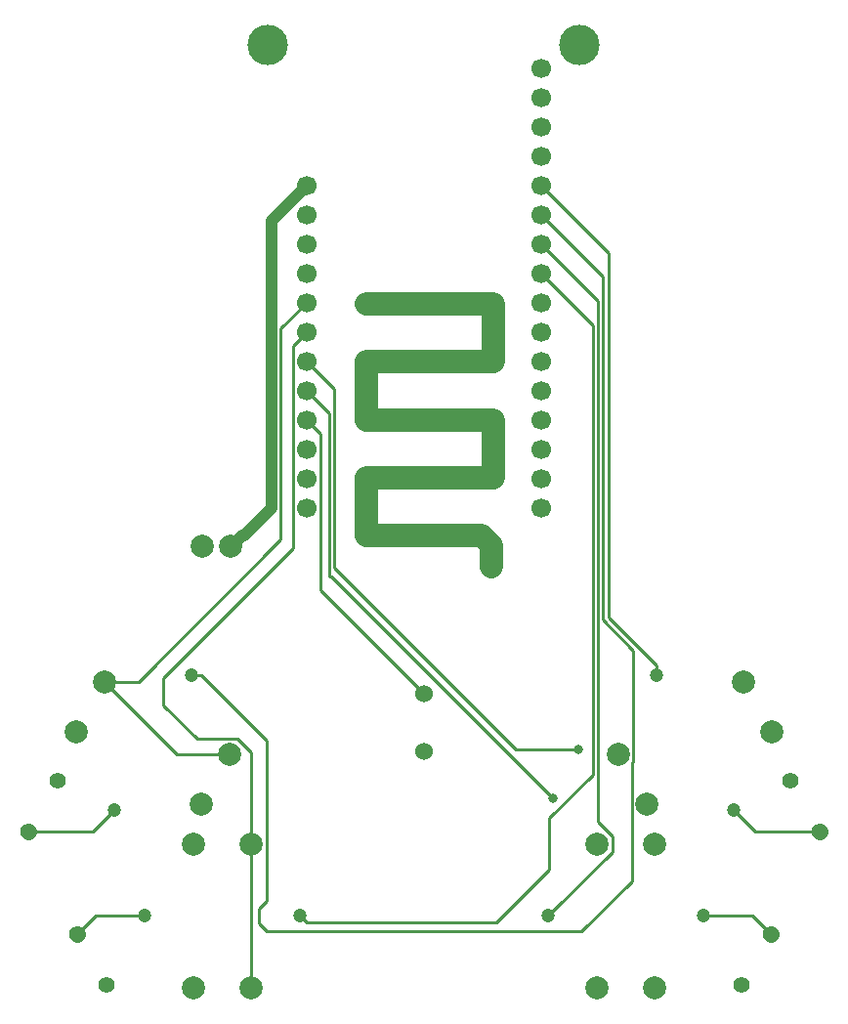
<source format=gbr>
G04 #@! TF.GenerationSoftware,KiCad,Pcbnew,(5.0.0-rc2-dev-393-gbaef22df9)*
G04 #@! TF.CreationDate,2018-04-11T16:40:45-04:00*
G04 #@! TF.ProjectId,BAMF_2018_Badge,42414D465F323031385F42616467652E,rev?*
G04 #@! TF.SameCoordinates,Original*
G04 #@! TF.FileFunction,Copper,L1,Top,Signal*
G04 #@! TF.FilePolarity,Positive*
%FSLAX46Y46*%
G04 Gerber Fmt 4.6, Leading zero omitted, Abs format (unit mm)*
G04 Created by KiCad (PCBNEW (5.0.0-rc2-dev-393-gbaef22df9)) date 04/11/18 16:40:45*
%MOMM*%
%LPD*%
G01*
G04 APERTURE LIST*
%ADD10C,1.200000*%
%ADD11C,2.000000*%
%ADD12C,1.700000*%
%ADD13C,1.524000*%
%ADD14C,1.400000*%
%ADD15C,1.400000*%
%ADD16C,3.500000*%
%ADD17C,0.800000*%
%ADD18C,0.250000*%
%ADD19C,1.000000*%
%ADD20C,2.000000*%
G04 APERTURE END LIST*
D10*
X20125000Y-15154329D03*
X26875000Y-26845671D03*
D11*
X19337342Y-26290064D03*
X16837341Y-21959936D03*
X30162659Y-20040064D03*
X27662658Y-15709936D03*
D10*
X10750000Y-36000000D03*
X24250000Y-36000000D03*
D11*
X20000001Y-42250000D03*
X15000000Y-42250000D03*
X20000000Y-29750000D03*
X14999999Y-29750000D03*
D10*
X-10750000Y-36000000D03*
X-24250000Y-36000000D03*
D11*
X-20000001Y-29750000D03*
X-15000000Y-29750000D03*
X-20000000Y-42250000D03*
X-14999999Y-42250000D03*
D10*
X-20125000Y-15154329D03*
X-26875000Y-26845671D03*
D11*
X-30162659Y-20040064D03*
X-27662659Y-15709936D03*
X-19337341Y-26290064D03*
X-16837341Y-21959936D03*
D12*
X5842000Y-5730000D03*
X-10160000Y27290000D03*
X-10160000Y24750000D03*
X-10160000Y22210000D03*
X-10160000Y19670000D03*
X-10160000Y17130000D03*
X-10160000Y14590000D03*
X-10160000Y12050000D03*
X-10160000Y9510000D03*
X-10160000Y6970000D03*
X-10160000Y4430000D03*
X-10160000Y1890000D03*
X-10160000Y-650000D03*
X10160000Y-650000D03*
X10160000Y1890000D03*
X10160000Y4430000D03*
X10160000Y6970000D03*
X10160000Y9510000D03*
X10160000Y12050000D03*
X10160000Y14590000D03*
X10160000Y17130000D03*
X10160000Y19670000D03*
X10160000Y22210000D03*
X10160000Y24750000D03*
X10160000Y27290000D03*
X10160000Y29830000D03*
X10160000Y32370000D03*
X10160000Y34910000D03*
X10160000Y37450000D03*
D11*
X-19250000Y-4000000D03*
X-16750000Y-4000000D03*
D13*
X0Y-16750000D03*
X0Y-21750000D03*
D14*
X34290000Y-28649409D03*
D15*
X34290000Y-28649409D02*
X34290000Y-28649409D01*
D14*
X31750000Y-24250000D03*
X-31750000Y-24250000D03*
X-34290000Y-28649408D03*
D15*
X-34290000Y-28649408D02*
X-34290000Y-28649408D01*
D14*
X30040000Y-37600592D03*
D15*
X30040000Y-37600592D02*
X30040000Y-37600592D01*
D14*
X27500000Y-42000000D03*
X-27500000Y-42000000D03*
X-30040000Y-37600591D03*
D15*
X-30040000Y-37600591D02*
X-30040000Y-37600591D01*
D16*
X-13500000Y39500000D03*
X13500000Y39500000D03*
D17*
X13400000Y-21600000D03*
X11200000Y-25800000D03*
D18*
X-9310001Y6120001D02*
X-10160000Y6970000D01*
X-8984999Y5794999D02*
X-9310001Y6120001D01*
X-8984999Y-7765001D02*
X-8984999Y5794999D01*
X0Y-16750000D02*
X-8984999Y-7765001D01*
X28678738Y-28649409D02*
X26875000Y-26845671D01*
X34290000Y-28649409D02*
X28678738Y-28649409D01*
X-28678737Y-28649408D02*
X-26875000Y-26845671D01*
X-34290000Y-28649408D02*
X-28678737Y-28649408D01*
X28439408Y-36000000D02*
X24250000Y-36000000D01*
X30040000Y-37600592D02*
X28439408Y-36000000D01*
X-28439409Y-36000000D02*
X-24250000Y-36000000D01*
X-30040000Y-37600591D02*
X-28439409Y-36000000D01*
X-7749990Y9639990D02*
X-7749990Y-5850010D01*
X-10160000Y12050000D02*
X-7749990Y9639990D01*
X-7749990Y-5850010D02*
X8000000Y-21600000D01*
X8000000Y-21600000D02*
X13400000Y-21600000D01*
X15975361Y21474639D02*
X10160000Y27290000D01*
X15975361Y-10156162D02*
X15975361Y21474639D01*
X20125000Y-15154329D02*
X20125000Y-14305801D01*
X20125000Y-14305801D02*
X15975361Y-10156162D01*
X-27662659Y-15709936D02*
X-24709936Y-15709936D01*
X-24709936Y-15709936D02*
X-12400000Y-3400000D01*
X-12400000Y14890000D02*
X-10160000Y17130000D01*
X-12400000Y-3400000D02*
X-12400000Y14890000D01*
X-21412659Y-21959936D02*
X-16837341Y-21959936D01*
X-27662659Y-15709936D02*
X-21412659Y-21959936D01*
X-19276472Y-15154329D02*
X-13636001Y-20794800D01*
X13636001Y-37325001D02*
X18000000Y-32961002D01*
X-20125000Y-15154329D02*
X-19276472Y-15154329D01*
X-13636001Y-20794800D02*
X-13636001Y-34674999D01*
X-13636001Y-37325001D02*
X13636001Y-37325001D01*
X-13636001Y-34674999D02*
X-14325001Y-35363999D01*
X-14325001Y-35363999D02*
X-14325001Y-36636001D01*
X-14325001Y-36636001D02*
X-13636001Y-37325001D01*
X18162342Y-12979553D02*
X15525351Y-10342562D01*
X18162342Y-22595937D02*
X18162342Y-12979553D01*
X18000000Y-32961002D02*
X18000000Y-22758279D01*
X18000000Y-22758279D02*
X18162342Y-22595937D01*
X15525351Y19384649D02*
X10160000Y24750000D01*
X15525351Y-10342562D02*
X15525351Y19384649D01*
X11349999Y-35400001D02*
X10750000Y-36000000D01*
X16325001Y-30424999D02*
X11349999Y-35400001D01*
X16325001Y-29113999D02*
X16325001Y-30424999D01*
X15075341Y-27864339D02*
X16325001Y-29113999D01*
X15075341Y17294659D02*
X15075341Y-27864339D01*
X10160000Y22210000D02*
X15075341Y17294659D01*
X-10160000Y9510000D02*
X-8200000Y7550000D01*
X-8200000Y7550000D02*
X-8200000Y-6600000D01*
X-8200000Y-6600000D02*
X-8000000Y-6600000D01*
X-8000000Y-6600000D02*
X11200000Y-25800000D01*
X14625331Y15204669D02*
X10160000Y19670000D01*
X-10150001Y-36599999D02*
X6274991Y-36600000D01*
X-10750000Y-36000000D02*
X-10150001Y-36599999D01*
X6274991Y-36600000D02*
X10874991Y-32000000D01*
X10874991Y-32000000D02*
X10874991Y-27525009D01*
X10874991Y-27525009D02*
X14625331Y-23774669D01*
X14625331Y-23774669D02*
X14625331Y15204669D01*
X-11335001Y13414999D02*
X-11335001Y-4135001D01*
X-10160000Y14590000D02*
X-11335001Y13414999D01*
X-15000000Y-28335787D02*
X-15000000Y-29750000D01*
X-15000000Y-21836275D02*
X-15000000Y-28335787D01*
X-16201340Y-20634935D02*
X-15000000Y-21836275D01*
X-19678953Y-20634935D02*
X-16201340Y-20634935D01*
X-22575001Y-17738887D02*
X-19678953Y-20634935D01*
X-22575001Y-15375001D02*
X-22575001Y-17738887D01*
X-11335001Y-4135001D02*
X-22575001Y-15375001D01*
X-15000000Y-31164213D02*
X-15000000Y-42250000D01*
X-15000000Y-29750000D02*
X-15000000Y-31164213D01*
D19*
X-15750001Y-3000001D02*
X-15600001Y-3000001D01*
X-16750000Y-4000000D02*
X-15750001Y-3000001D01*
X-15600001Y-3000001D02*
X-13225010Y-625010D01*
X-13225010Y24224990D02*
X-10160000Y27290000D01*
X-13225010Y-625010D02*
X-13225010Y24224990D01*
D20*
X5842000Y-5730000D02*
X5842000Y-3842000D01*
X5842000Y-3842000D02*
X5000000Y-3000000D01*
X5000000Y-3000000D02*
X-5000000Y-3000000D01*
X-5000000Y-3000000D02*
X-5000000Y2000000D01*
X-5000000Y2000000D02*
X6000000Y2000000D01*
X6000000Y2000000D02*
X6000000Y7000000D01*
X6000000Y7000000D02*
X-5000000Y7000000D01*
X-5000000Y7000000D02*
X-5000000Y12000000D01*
X-5000000Y12000000D02*
X5000000Y12000000D01*
X5000000Y12000000D02*
X6000000Y12000000D01*
X6000000Y12000000D02*
X6000000Y17000000D01*
X6000000Y17000000D02*
X-5000000Y17000000D01*
M02*

</source>
